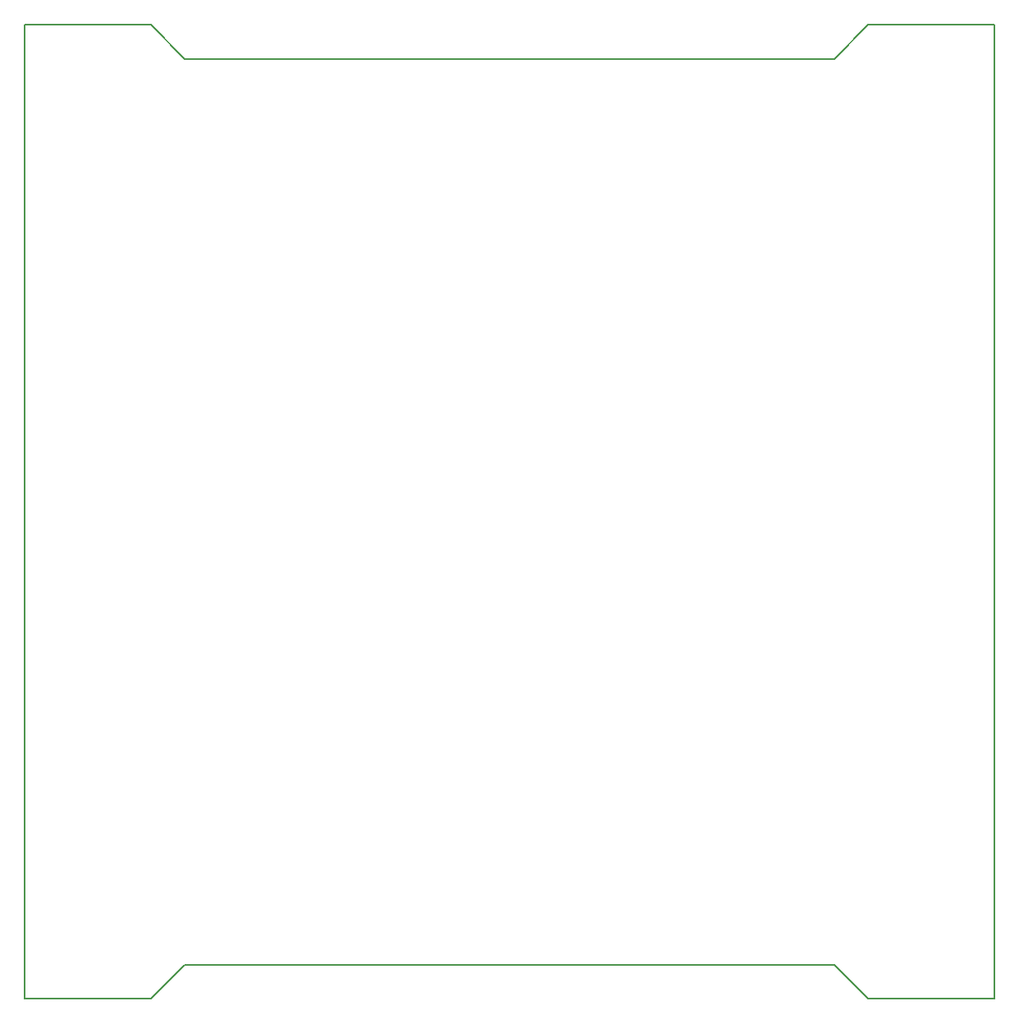
<source format=gm1>
G04 #@! TF.GenerationSoftware,KiCad,Pcbnew,5.0.2+dfsg1-1+deb10u1*
G04 #@! TF.CreationDate,2023-11-22T23:09:25+01:00*
G04 #@! TF.ProjectId,RSO-RouteurSolaireOpensource,52534f2d-526f-4757-9465-7572536f6c61,rev?*
G04 #@! TF.SameCoordinates,Original*
G04 #@! TF.FileFunction,Profile,NP*
%FSLAX46Y46*%
G04 Gerber Fmt 4.6, Leading zero omitted, Abs format (unit mm)*
G04 Created by KiCad (PCBNEW 5.0.2+dfsg1-1+deb10u1) date mer. 22 nov. 2023 23:09:25 CET*
%MOMM*%
%LPD*%
G01*
G04 APERTURE LIST*
%ADD10C,0.150000*%
G04 APERTURE END LIST*
D10*
X118500000Y-49000000D02*
X122000000Y-45500000D01*
X51500000Y-49000000D02*
X48000000Y-45500000D01*
X51500000Y-49000000D02*
X118500000Y-49000000D01*
X35000000Y-45500000D02*
X48000000Y-45500000D01*
X122000000Y-45500000D02*
X135000000Y-45500000D01*
X135000000Y-146000000D02*
X122000000Y-146000000D01*
X118500000Y-142500000D02*
X122000000Y-146000000D01*
X51500000Y-142500000D02*
X48000000Y-146000000D01*
X118500000Y-142500000D02*
X51500000Y-142500000D01*
X35000000Y-146000000D02*
X35000000Y-45500000D01*
X48000000Y-146000000D02*
X35000000Y-146000000D01*
X135000000Y-45500000D02*
X135000000Y-146000000D01*
M02*

</source>
